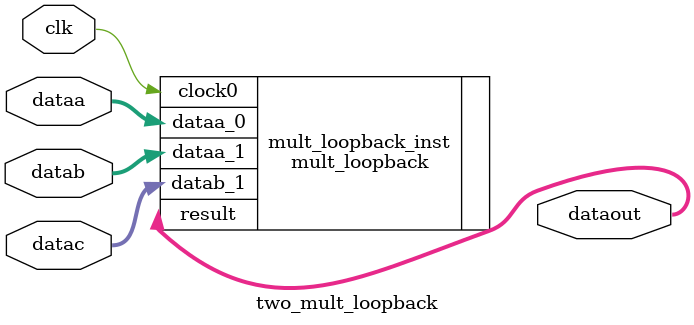
<source format=v>
module two_mult_loopback
#(parameter INPUT_WIDTH=18, parameter OUTPUT_WIDTH=36)
(
	input clk,
	input [INPUT_WIDTH-1:0] dataa, datab, datac,
	output [OUTPUT_WIDTH-1:0] dataout
);

	mult_loopback   mult_loopback_inst (
        .clock0 ( clk ),
        .dataa_0 ( dataa),
        .dataa_1 ( datab),
        .datab_1 ( datac),
        .result ( dataout)
   );

endmodule

</source>
